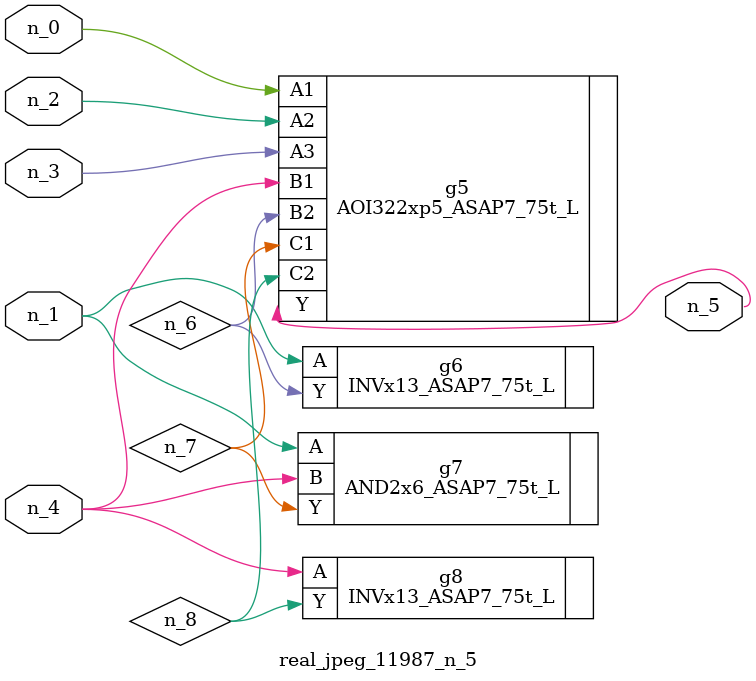
<source format=v>
module real_jpeg_11987_n_5 (n_4, n_0, n_1, n_2, n_3, n_5);

input n_4;
input n_0;
input n_1;
input n_2;
input n_3;

output n_5;

wire n_8;
wire n_6;
wire n_7;

AOI322xp5_ASAP7_75t_L g5 ( 
.A1(n_0),
.A2(n_2),
.A3(n_3),
.B1(n_4),
.B2(n_6),
.C1(n_7),
.C2(n_8),
.Y(n_5)
);

INVx13_ASAP7_75t_L g6 ( 
.A(n_1),
.Y(n_6)
);

AND2x6_ASAP7_75t_L g7 ( 
.A(n_1),
.B(n_4),
.Y(n_7)
);

INVx13_ASAP7_75t_L g8 ( 
.A(n_4),
.Y(n_8)
);


endmodule
</source>
